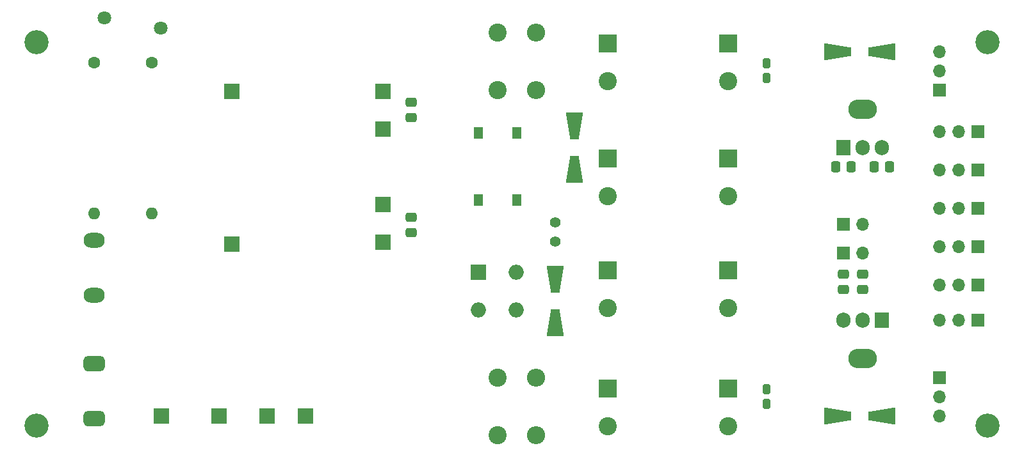
<source format=gbr>
%TF.GenerationSoftware,KiCad,Pcbnew,(6.0.10)*%
%TF.CreationDate,2023-04-08T13:34:01+03:00*%
%TF.ProjectId,DelSol_PSU,44656c53-6f6c-45f5-9053-552e6b696361,rev?*%
%TF.SameCoordinates,Original*%
%TF.FileFunction,Soldermask,Bot*%
%TF.FilePolarity,Negative*%
%FSLAX46Y46*%
G04 Gerber Fmt 4.6, Leading zero omitted, Abs format (unit mm)*
G04 Created by KiCad (PCBNEW (6.0.10)) date 2023-04-08 13:34:01*
%MOMM*%
%LPD*%
G01*
G04 APERTURE LIST*
G04 Aperture macros list*
%AMRoundRect*
0 Rectangle with rounded corners*
0 $1 Rounding radius*
0 $2 $3 $4 $5 $6 $7 $8 $9 X,Y pos of 4 corners*
0 Add a 4 corners polygon primitive as box body*
4,1,4,$2,$3,$4,$5,$6,$7,$8,$9,$2,$3,0*
0 Add four circle primitives for the rounded corners*
1,1,$1+$1,$2,$3*
1,1,$1+$1,$4,$5*
1,1,$1+$1,$6,$7*
1,1,$1+$1,$8,$9*
0 Add four rect primitives between the rounded corners*
20,1,$1+$1,$2,$3,$4,$5,0*
20,1,$1+$1,$4,$5,$6,$7,0*
20,1,$1+$1,$6,$7,$8,$9,0*
20,1,$1+$1,$8,$9,$2,$3,0*%
%AMOutline4P*
0 Free polygon, 4 corners , with rotation*
0 The origin of the aperture is its center*
0 number of corners: always 4*
0 $1 to $8 corner X, Y*
0 $9 Rotation angle, in degrees counterclockwise*
0 create outline with 4 corners*
4,1,4,$1,$2,$3,$4,$5,$6,$7,$8,$1,$2,$9*%
G04 Aperture macros list end*
%ADD10R,1.700000X1.700000*%
%ADD11O,1.700000X1.700000*%
%ADD12R,2.000000X2.000000*%
%ADD13C,3.200000*%
%ADD14R,2.400000X2.400000*%
%ADD15C,2.400000*%
%ADD16O,2.000000X2.000000*%
%ADD17C,1.800000*%
%ADD18O,2.400000X2.400000*%
%ADD19C,1.600000*%
%ADD20O,1.600000X1.600000*%
%ADD21O,3.780000X2.600000*%
%ADD22C,1.400000*%
%ADD23RoundRect,0.500000X0.900000X-0.500000X0.900000X0.500000X-0.900000X0.500000X-0.900000X-0.500000X0*%
%ADD24O,2.800000X2.000000*%
%ADD25R,1.905000X2.000000*%
%ADD26O,1.905000X2.000000*%
%ADD27Outline4P,-1.800000X-1.150000X1.800000X-0.550000X1.800000X0.550000X-1.800000X1.150000X270.000000*%
%ADD28Outline4P,-1.800000X-1.150000X1.800000X-0.550000X1.800000X0.550000X-1.800000X1.150000X90.000000*%
%ADD29RoundRect,0.250000X-0.275000X0.400000X-0.275000X-0.400000X0.275000X-0.400000X0.275000X0.400000X0*%
%ADD30Outline4P,-1.800000X-1.150000X1.800000X-0.550000X1.800000X0.550000X-1.800000X1.150000X0.000000*%
%ADD31Outline4P,-1.800000X-1.150000X1.800000X-0.550000X1.800000X0.550000X-1.800000X1.150000X180.000000*%
%ADD32RoundRect,0.250000X0.475000X-0.337500X0.475000X0.337500X-0.475000X0.337500X-0.475000X-0.337500X0*%
%ADD33RoundRect,0.250000X-0.475000X0.337500X-0.475000X-0.337500X0.475000X-0.337500X0.475000X0.337500X0*%
%ADD34RoundRect,0.250000X0.337500X0.475000X-0.337500X0.475000X-0.337500X-0.475000X0.337500X-0.475000X0*%
%ADD35R,1.300000X1.500000*%
%ADD36RoundRect,0.250000X-0.337500X-0.475000X0.337500X-0.475000X0.337500X0.475000X-0.337500X0.475000X0*%
G04 APERTURE END LIST*
D10*
X147305000Y-53770000D03*
D11*
X144765000Y-53770000D03*
X142225000Y-53770000D03*
D12*
X53340000Y-86360000D03*
D10*
X147305000Y-58850000D03*
D11*
X144765000Y-58850000D03*
X142225000Y-58850000D03*
D13*
X22860000Y-87630000D03*
D12*
X58420000Y-86360000D03*
D14*
X98425000Y-82745000D03*
D15*
X98425000Y-87745000D03*
D14*
X114300000Y-52265000D03*
D15*
X114300000Y-57265000D03*
D13*
X148590000Y-87630000D03*
D14*
X114300000Y-82745000D03*
D15*
X114300000Y-87745000D03*
D12*
X48660000Y-43360000D03*
X81280000Y-67280000D03*
D16*
X81280000Y-72280000D03*
X86280000Y-72280000D03*
X86280000Y-67280000D03*
D12*
X68660000Y-48360000D03*
X68660000Y-43360000D03*
D17*
X31810000Y-33590000D03*
X39310000Y-34990000D03*
D15*
X83820000Y-88900000D03*
D18*
X88900000Y-88900000D03*
D10*
X129540000Y-60960000D03*
D11*
X132080000Y-60960000D03*
D10*
X142240000Y-43180000D03*
D11*
X142240000Y-40640000D03*
X142240000Y-38100000D03*
D12*
X46990000Y-86360000D03*
D19*
X38100000Y-39530000D03*
D20*
X38100000Y-59530000D03*
D10*
X147305000Y-69010000D03*
D11*
X144765000Y-69010000D03*
X142225000Y-69010000D03*
D10*
X142240000Y-81280000D03*
D11*
X142240000Y-83820000D03*
X142240000Y-86360000D03*
D15*
X83820000Y-81280000D03*
D18*
X88900000Y-81280000D03*
D19*
X30480000Y-39530000D03*
D20*
X30480000Y-59530000D03*
D15*
X83780000Y-43180000D03*
D18*
X88860000Y-43180000D03*
D15*
X83820000Y-35560000D03*
D18*
X88900000Y-35560000D03*
D13*
X22860000Y-36830000D03*
D10*
X147305000Y-48690000D03*
D11*
X144765000Y-48690000D03*
X142225000Y-48690000D03*
D21*
X132080000Y-78740000D03*
D10*
X129540000Y-64770000D03*
D11*
X132080000Y-64770000D03*
D12*
X39370000Y-86360000D03*
D22*
X91440000Y-63266000D03*
X91440000Y-60726000D03*
D12*
X68660000Y-58360000D03*
D13*
X148590000Y-36830000D03*
D10*
X147305000Y-63930000D03*
D11*
X144765000Y-63930000D03*
X142225000Y-63930000D03*
D14*
X114300000Y-67094785D03*
D15*
X114300000Y-72094785D03*
D23*
X30480000Y-79470000D03*
X30480000Y-86740000D03*
D24*
X30480000Y-63120000D03*
X30480000Y-70390000D03*
D14*
X114300000Y-37025000D03*
D15*
X114300000Y-42025000D03*
D25*
X134620000Y-73660000D03*
D26*
X132080000Y-73660000D03*
X129540000Y-73660000D03*
D21*
X132080000Y-45720000D03*
D25*
X129540000Y-50800000D03*
D26*
X132080000Y-50800000D03*
X134620000Y-50800000D03*
D10*
X147320000Y-73660000D03*
D11*
X144780000Y-73660000D03*
X142240000Y-73660000D03*
D12*
X68660000Y-63360000D03*
D14*
X98425000Y-37025000D03*
D15*
X98425000Y-42025000D03*
D14*
X98425000Y-52265000D03*
D15*
X98425000Y-57265000D03*
D14*
X98425000Y-67094785D03*
D15*
X98425000Y-72094785D03*
D12*
X48660000Y-63600000D03*
D27*
X91440000Y-68220000D03*
D28*
X91440000Y-74020000D03*
D29*
X119380000Y-82845000D03*
X119380000Y-84795000D03*
D30*
X128820000Y-38100000D03*
D31*
X134620000Y-38100000D03*
D32*
X72390000Y-62097500D03*
X72390000Y-60022500D03*
D29*
X119380000Y-39665000D03*
X119380000Y-41615000D03*
D33*
X129540000Y-67542500D03*
X129540000Y-69617500D03*
D32*
X72390000Y-46857500D03*
X72390000Y-44782500D03*
D33*
X132080000Y-67542500D03*
X132080000Y-69617500D03*
D30*
X128820000Y-86360000D03*
D31*
X134620000Y-86360000D03*
D34*
X135657500Y-53340000D03*
X133582500Y-53340000D03*
D35*
X81270000Y-48890000D03*
X86370000Y-48890000D03*
X86370000Y-57790000D03*
X81270000Y-57790000D03*
D27*
X93980000Y-47900000D03*
D28*
X93980000Y-53700000D03*
D36*
X128502500Y-53340000D03*
X130577500Y-53340000D03*
M02*

</source>
